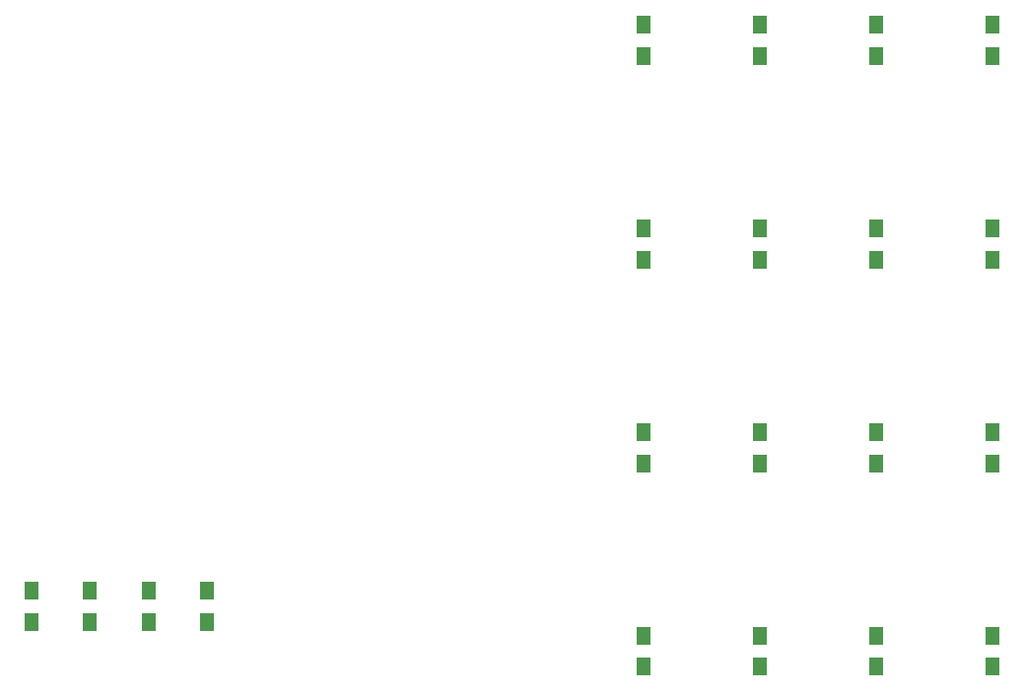
<source format=gbr>
G04 #@! TF.GenerationSoftware,KiCad,Pcbnew,(5.0.1-3-g963ef8bb5)*
G04 #@! TF.CreationDate,2019-09-16T23:21:21-05:00*
G04 #@! TF.ProjectId,smart_home_console,736D6172745F686F6D655F636F6E736F,rev?*
G04 #@! TF.SameCoordinates,Original*
G04 #@! TF.FileFunction,Paste,Top*
G04 #@! TF.FilePolarity,Positive*
%FSLAX46Y46*%
G04 Gerber Fmt 4.6, Leading zero omitted, Abs format (unit mm)*
G04 Created by KiCad (PCBNEW (5.0.1-3-g963ef8bb5)) date Monday, September 16, 2019 at 11:21:21 PM*
%MOMM*%
%LPD*%
G01*
G04 APERTURE LIST*
%ADD10R,1.300000X1.500000*%
G04 APERTURE END LIST*
D10*
G04 #@! TO.C,R1*
X115000000Y-99800000D03*
X115000000Y-102500000D03*
G04 #@! TD*
G04 #@! TO.C,R2*
X120000000Y-102500000D03*
X120000000Y-99800000D03*
G04 #@! TD*
G04 #@! TO.C,R3*
X125000000Y-102500000D03*
X125000000Y-99800000D03*
G04 #@! TD*
G04 #@! TO.C,R4*
X130000000Y-102500000D03*
X130000000Y-99800000D03*
G04 #@! TD*
G04 #@! TO.C,R5*
X167500000Y-51150000D03*
X167500000Y-53850000D03*
G04 #@! TD*
G04 #@! TO.C,R6*
X177500000Y-53850000D03*
X177500000Y-51150000D03*
G04 #@! TD*
G04 #@! TO.C,R7*
X187500000Y-53850000D03*
X187500000Y-51150000D03*
G04 #@! TD*
G04 #@! TO.C,R8*
X197500000Y-53850000D03*
X197500000Y-51150000D03*
G04 #@! TD*
G04 #@! TO.C,R9*
X167500000Y-68650000D03*
X167500000Y-71350000D03*
G04 #@! TD*
G04 #@! TO.C,R10*
X177500000Y-71350000D03*
X177500000Y-68650000D03*
G04 #@! TD*
G04 #@! TO.C,R11*
X187500000Y-68650000D03*
X187500000Y-71350000D03*
G04 #@! TD*
G04 #@! TO.C,R12*
X197500000Y-68650000D03*
X197500000Y-71350000D03*
G04 #@! TD*
G04 #@! TO.C,R13*
X167500000Y-88850000D03*
X167500000Y-86150000D03*
G04 #@! TD*
G04 #@! TO.C,R14*
X177500000Y-88850000D03*
X177500000Y-86150000D03*
G04 #@! TD*
G04 #@! TO.C,R15*
X187500000Y-88850000D03*
X187500000Y-86150000D03*
G04 #@! TD*
G04 #@! TO.C,R16*
X197500000Y-88850000D03*
X197500000Y-86150000D03*
G04 #@! TD*
G04 #@! TO.C,R17*
X167500000Y-103650000D03*
X167500000Y-106350000D03*
G04 #@! TD*
G04 #@! TO.C,R18*
X177500000Y-103650000D03*
X177500000Y-106350000D03*
G04 #@! TD*
G04 #@! TO.C,R19*
X187500000Y-103650000D03*
X187500000Y-106350000D03*
G04 #@! TD*
G04 #@! TO.C,R20*
X197500000Y-106350000D03*
X197500000Y-103650000D03*
G04 #@! TD*
M02*

</source>
